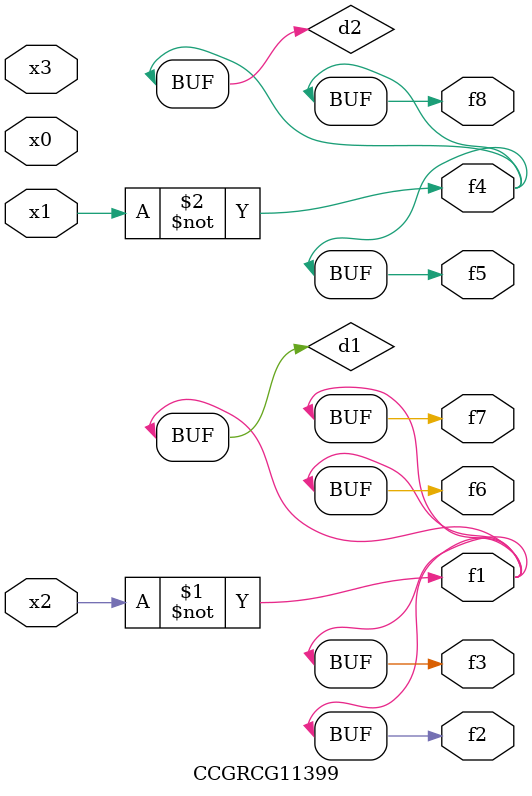
<source format=v>
module CCGRCG11399(
	input x0, x1, x2, x3,
	output f1, f2, f3, f4, f5, f6, f7, f8
);

	wire d1, d2;

	xnor (d1, x2);
	not (d2, x1);
	assign f1 = d1;
	assign f2 = d1;
	assign f3 = d1;
	assign f4 = d2;
	assign f5 = d2;
	assign f6 = d1;
	assign f7 = d1;
	assign f8 = d2;
endmodule

</source>
